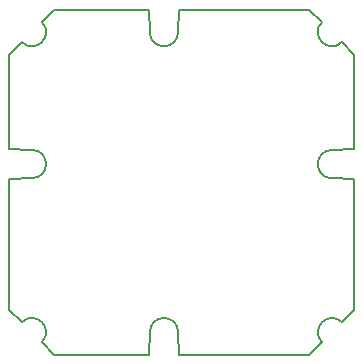
<source format=gm1>
%FSLAX25Y25*%
%MOIN*%
G70*
G01*
G75*
G04 Layer_Color=16711935*
%ADD10C,0.01500*%
%ADD11C,0.00500*%
%ADD12R,0.15000X0.02500*%
%ADD13R,0.12500X0.02500*%
%ADD14R,0.05000X0.05000*%
%ADD15R,1.15000X0.15000*%
%ADD16R,1.00000X0.15000*%
%ADD17R,0.15000X1.00000*%
%ADD18R,0.15800X0.03300*%
%ADD19R,0.13300X0.03300*%
%ADD20R,0.05800X0.05800*%
%ADD21R,0.15000X0.85000*%
%ADD22R,1.00000X0.15000*%
%ADD23R,0.15000X1.00000*%
%ADD24R,1.15000X0.15000*%
D11*
X100000Y151300D02*
G03*
X100000Y160700I0J4700D01*
G01*
X200000D02*
G03*
X200000Y151300I0J-4700D01*
G01*
X203323Y103323D02*
G03*
X196677Y96676I-3323J-3323D01*
G01*
X148700Y100000D02*
G03*
X139300Y100000I-4700J0D01*
G01*
X196677Y203323D02*
G03*
X203323Y196677I3323J-3323D01*
G01*
X96676D02*
G03*
X103323Y203323I3323J3323D01*
G01*
Y96676D02*
G03*
X96676Y103323I-3323J3323D01*
G01*
X139300Y200000D02*
G03*
X148700Y200000I4700J0D01*
G01*
X92500Y107500D02*
Y151000D01*
Y161000D02*
Y192500D01*
Y151000D02*
X100068Y151303D01*
X92500Y161000D02*
X100000Y160700D01*
X207500Y107500D02*
Y151000D01*
Y161000D02*
Y192500D01*
X199932Y151303D02*
X207500Y151000D01*
X200000Y160700D02*
X207500Y161000D01*
X192500Y92500D02*
X196677Y96676D01*
X149000Y92500D02*
X192500D01*
X107500D02*
X139000D01*
X148697Y100068D02*
X149000Y92500D01*
X139000D02*
X139300Y100000D01*
X203323Y103323D02*
X207500Y107500D01*
X192500Y207500D02*
X196677Y203323D01*
X203323Y196677D02*
X207500Y192500D01*
X103323Y203323D02*
X107500Y207500D01*
X92500Y192500D02*
X96676Y196677D01*
X103323Y96676D02*
X107500Y92500D01*
X92500Y107500D02*
X96676Y103323D01*
X139000Y207500D02*
X139300Y200000D01*
X148697Y199932D02*
X149000Y207500D01*
X107500D02*
X139000D01*
X149000D02*
X192500D01*
X100000Y151300D02*
G03*
X100000Y160700I0J4700D01*
G01*
X200000D02*
G03*
X200000Y151300I0J-4700D01*
G01*
X203323Y103323D02*
G03*
X196677Y96676I-3323J-3323D01*
G01*
X148700Y100000D02*
G03*
X139300Y100000I-4700J0D01*
G01*
X196677Y203323D02*
G03*
X203323Y196677I3323J-3323D01*
G01*
X96676D02*
G03*
X103323Y203323I3323J3323D01*
G01*
Y96676D02*
G03*
X96676Y103323I-3323J3323D01*
G01*
X139300Y200000D02*
G03*
X148700Y200000I4700J0D01*
G01*
X92500Y107500D02*
Y151000D01*
Y161000D02*
Y192500D01*
Y151000D02*
X100068Y151303D01*
X92500Y161000D02*
X100000Y160700D01*
X207500Y107500D02*
Y151000D01*
Y161000D02*
Y192500D01*
X199932Y151303D02*
X207500Y151000D01*
X200000Y160700D02*
X207500Y161000D01*
X192500Y92500D02*
X196677Y96676D01*
X149000Y92500D02*
X192500D01*
X107500D02*
X139000D01*
X148697Y100068D02*
X149000Y92500D01*
X139000D02*
X139300Y100000D01*
X203323Y103323D02*
X207500Y107500D01*
X192500Y207500D02*
X196677Y203323D01*
X203323Y196677D02*
X207500Y192500D01*
X103323Y203323D02*
X107500Y207500D01*
X92500Y192500D02*
X96676Y196677D01*
X103323Y96676D02*
X107500Y92500D01*
X92500Y107500D02*
X96676Y103323D01*
X139000Y207500D02*
X139300Y200000D01*
X148697Y199932D02*
X149000Y207500D01*
X107500D02*
X139000D01*
X149000D02*
X192500D01*
M02*

</source>
